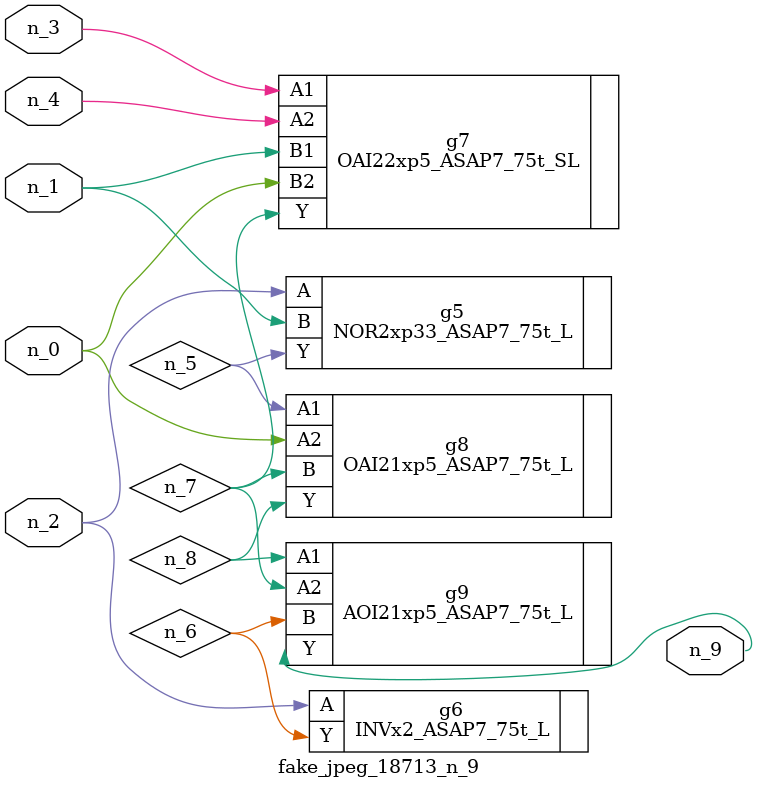
<source format=v>
module fake_jpeg_18713_n_9 (n_3, n_2, n_1, n_0, n_4, n_9);

input n_3;
input n_2;
input n_1;
input n_0;
input n_4;

output n_9;

wire n_8;
wire n_6;
wire n_5;
wire n_7;

NOR2xp33_ASAP7_75t_L g5 ( 
.A(n_2),
.B(n_1),
.Y(n_5)
);

INVx2_ASAP7_75t_L g6 ( 
.A(n_2),
.Y(n_6)
);

OAI22xp5_ASAP7_75t_SL g7 ( 
.A1(n_3),
.A2(n_4),
.B1(n_1),
.B2(n_0),
.Y(n_7)
);

OAI21xp5_ASAP7_75t_L g8 ( 
.A1(n_5),
.A2(n_0),
.B(n_7),
.Y(n_8)
);

AOI21xp5_ASAP7_75t_L g9 ( 
.A1(n_8),
.A2(n_7),
.B(n_6),
.Y(n_9)
);


endmodule
</source>
